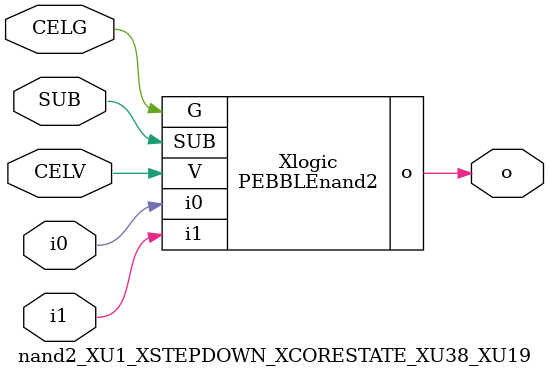
<source format=v>



module PEBBLEnand2 ( o, G, SUB, V, i0, i1 );

  input i0;
  input V;
  input i1;
  input G;
  output o;
  input SUB;
endmodule

//Celera Confidential Do Not Copy nand2_XU1_XSTEPDOWN_XCORESTATE_XU38_XU19
//Celera Confidential Symbol Generator
//5V NAND2
module nand2_XU1_XSTEPDOWN_XCORESTATE_XU38_XU19 (CELV,CELG,i0,i1,o,SUB);
input CELV;
input CELG;
input i0;
input i1;
input SUB;
output o;

//Celera Confidential Do Not Copy nand2
PEBBLEnand2 Xlogic(
.V (CELV),
.i0 (i0),
.i1 (i1),
.o (o),
.SUB (SUB),
.G (CELG)
);
//,diesize,PEBBLEnand2

//Celera Confidential Do Not Copy Module End
//Celera Schematic Generator
endmodule

</source>
